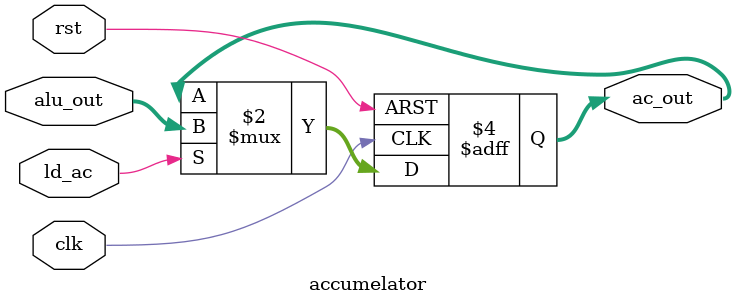
<source format=v>



module accumelator(clk,rst,ld_ac,alu_out,ac_out);

input clk,rst,ld_ac;
input[7:0] alu_out;
output reg[7:0] ac_out;

always @(posedge clk or posedge rst) begin
	if (rst) ac_out<=0;
	else if (ld_ac) ac_out<=alu_out;
end

endmodule
</source>
